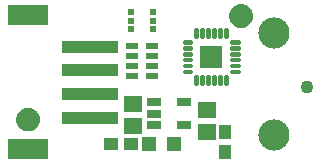
<source format=gbr>
G04 EAGLE Gerber RS-274X export*
G75*
%MOMM*%
%FSLAX34Y34*%
%LPD*%
%INSoldermask Top*%
%IPPOS*%
%AMOC8*
5,1,8,0,0,1.08239X$1,22.5*%
G01*
%ADD10C,2.641600*%
%ADD11C,1.101600*%
%ADD12C,0.500000*%
%ADD13R,1.101600X1.176600*%
%ADD14R,1.301600X1.301600*%
%ADD15R,1.176600X1.101600*%
%ADD16R,1.601600X1.341600*%
%ADD17R,1.301600X0.651600*%
%ADD18R,1.001600X0.551600*%
%ADD19R,0.601600X0.601600*%
%ADD20R,0.601600X0.501600*%
%ADD21R,4.701600X1.101600*%
%ADD22R,3.501600X1.801600*%
%ADD23C,0.240406*%
%ADD24R,1.879600X1.879600*%


D10*
X228600Y111760D03*
X228600Y25400D03*
D11*
X200660Y125730D03*
D12*
X200660Y133230D02*
X200479Y133228D01*
X200298Y133221D01*
X200117Y133210D01*
X199936Y133195D01*
X199756Y133175D01*
X199576Y133151D01*
X199397Y133123D01*
X199219Y133090D01*
X199042Y133053D01*
X198865Y133012D01*
X198690Y132967D01*
X198515Y132917D01*
X198342Y132863D01*
X198171Y132805D01*
X198000Y132743D01*
X197832Y132676D01*
X197665Y132606D01*
X197499Y132532D01*
X197336Y132453D01*
X197175Y132371D01*
X197015Y132285D01*
X196858Y132195D01*
X196703Y132101D01*
X196550Y132004D01*
X196400Y131902D01*
X196252Y131798D01*
X196106Y131689D01*
X195964Y131578D01*
X195824Y131462D01*
X195687Y131344D01*
X195552Y131222D01*
X195421Y131097D01*
X195293Y130969D01*
X195168Y130838D01*
X195046Y130703D01*
X194928Y130566D01*
X194812Y130426D01*
X194701Y130284D01*
X194592Y130138D01*
X194488Y129990D01*
X194386Y129840D01*
X194289Y129687D01*
X194195Y129532D01*
X194105Y129375D01*
X194019Y129215D01*
X193937Y129054D01*
X193858Y128891D01*
X193784Y128725D01*
X193714Y128558D01*
X193647Y128390D01*
X193585Y128219D01*
X193527Y128048D01*
X193473Y127875D01*
X193423Y127700D01*
X193378Y127525D01*
X193337Y127348D01*
X193300Y127171D01*
X193267Y126993D01*
X193239Y126814D01*
X193215Y126634D01*
X193195Y126454D01*
X193180Y126273D01*
X193169Y126092D01*
X193162Y125911D01*
X193160Y125730D01*
X200660Y133230D02*
X200841Y133228D01*
X201022Y133221D01*
X201203Y133210D01*
X201384Y133195D01*
X201564Y133175D01*
X201744Y133151D01*
X201923Y133123D01*
X202101Y133090D01*
X202278Y133053D01*
X202455Y133012D01*
X202630Y132967D01*
X202805Y132917D01*
X202978Y132863D01*
X203149Y132805D01*
X203320Y132743D01*
X203488Y132676D01*
X203655Y132606D01*
X203821Y132532D01*
X203984Y132453D01*
X204145Y132371D01*
X204305Y132285D01*
X204462Y132195D01*
X204617Y132101D01*
X204770Y132004D01*
X204920Y131902D01*
X205068Y131798D01*
X205214Y131689D01*
X205356Y131578D01*
X205496Y131462D01*
X205633Y131344D01*
X205768Y131222D01*
X205899Y131097D01*
X206027Y130969D01*
X206152Y130838D01*
X206274Y130703D01*
X206392Y130566D01*
X206508Y130426D01*
X206619Y130284D01*
X206728Y130138D01*
X206832Y129990D01*
X206934Y129840D01*
X207031Y129687D01*
X207125Y129532D01*
X207215Y129375D01*
X207301Y129215D01*
X207383Y129054D01*
X207462Y128891D01*
X207536Y128725D01*
X207606Y128558D01*
X207673Y128390D01*
X207735Y128219D01*
X207793Y128048D01*
X207847Y127875D01*
X207897Y127700D01*
X207942Y127525D01*
X207983Y127348D01*
X208020Y127171D01*
X208053Y126993D01*
X208081Y126814D01*
X208105Y126634D01*
X208125Y126454D01*
X208140Y126273D01*
X208151Y126092D01*
X208158Y125911D01*
X208160Y125730D01*
X208158Y125549D01*
X208151Y125368D01*
X208140Y125187D01*
X208125Y125006D01*
X208105Y124826D01*
X208081Y124646D01*
X208053Y124467D01*
X208020Y124289D01*
X207983Y124112D01*
X207942Y123935D01*
X207897Y123760D01*
X207847Y123585D01*
X207793Y123412D01*
X207735Y123241D01*
X207673Y123070D01*
X207606Y122902D01*
X207536Y122735D01*
X207462Y122569D01*
X207383Y122406D01*
X207301Y122245D01*
X207215Y122085D01*
X207125Y121928D01*
X207031Y121773D01*
X206934Y121620D01*
X206832Y121470D01*
X206728Y121322D01*
X206619Y121176D01*
X206508Y121034D01*
X206392Y120894D01*
X206274Y120757D01*
X206152Y120622D01*
X206027Y120491D01*
X205899Y120363D01*
X205768Y120238D01*
X205633Y120116D01*
X205496Y119998D01*
X205356Y119882D01*
X205214Y119771D01*
X205068Y119662D01*
X204920Y119558D01*
X204770Y119456D01*
X204617Y119359D01*
X204462Y119265D01*
X204305Y119175D01*
X204145Y119089D01*
X203984Y119007D01*
X203821Y118928D01*
X203655Y118854D01*
X203488Y118784D01*
X203320Y118717D01*
X203149Y118655D01*
X202978Y118597D01*
X202805Y118543D01*
X202630Y118493D01*
X202455Y118448D01*
X202278Y118407D01*
X202101Y118370D01*
X201923Y118337D01*
X201744Y118309D01*
X201564Y118285D01*
X201384Y118265D01*
X201203Y118250D01*
X201022Y118239D01*
X200841Y118232D01*
X200660Y118230D01*
X200479Y118232D01*
X200298Y118239D01*
X200117Y118250D01*
X199936Y118265D01*
X199756Y118285D01*
X199576Y118309D01*
X199397Y118337D01*
X199219Y118370D01*
X199042Y118407D01*
X198865Y118448D01*
X198690Y118493D01*
X198515Y118543D01*
X198342Y118597D01*
X198171Y118655D01*
X198000Y118717D01*
X197832Y118784D01*
X197665Y118854D01*
X197499Y118928D01*
X197336Y119007D01*
X197175Y119089D01*
X197015Y119175D01*
X196858Y119265D01*
X196703Y119359D01*
X196550Y119456D01*
X196400Y119558D01*
X196252Y119662D01*
X196106Y119771D01*
X195964Y119882D01*
X195824Y119998D01*
X195687Y120116D01*
X195552Y120238D01*
X195421Y120363D01*
X195293Y120491D01*
X195168Y120622D01*
X195046Y120757D01*
X194928Y120894D01*
X194812Y121034D01*
X194701Y121176D01*
X194592Y121322D01*
X194488Y121470D01*
X194386Y121620D01*
X194289Y121773D01*
X194195Y121928D01*
X194105Y122085D01*
X194019Y122245D01*
X193937Y122406D01*
X193858Y122569D01*
X193784Y122735D01*
X193714Y122902D01*
X193647Y123070D01*
X193585Y123241D01*
X193527Y123412D01*
X193473Y123585D01*
X193423Y123760D01*
X193378Y123935D01*
X193337Y124112D01*
X193300Y124289D01*
X193267Y124467D01*
X193239Y124646D01*
X193215Y124826D01*
X193195Y125006D01*
X193180Y125187D01*
X193169Y125368D01*
X193162Y125549D01*
X193160Y125730D01*
D11*
X20320Y38100D03*
D12*
X20320Y45600D02*
X20139Y45598D01*
X19958Y45591D01*
X19777Y45580D01*
X19596Y45565D01*
X19416Y45545D01*
X19236Y45521D01*
X19057Y45493D01*
X18879Y45460D01*
X18702Y45423D01*
X18525Y45382D01*
X18350Y45337D01*
X18175Y45287D01*
X18002Y45233D01*
X17831Y45175D01*
X17660Y45113D01*
X17492Y45046D01*
X17325Y44976D01*
X17159Y44902D01*
X16996Y44823D01*
X16835Y44741D01*
X16675Y44655D01*
X16518Y44565D01*
X16363Y44471D01*
X16210Y44374D01*
X16060Y44272D01*
X15912Y44168D01*
X15766Y44059D01*
X15624Y43948D01*
X15484Y43832D01*
X15347Y43714D01*
X15212Y43592D01*
X15081Y43467D01*
X14953Y43339D01*
X14828Y43208D01*
X14706Y43073D01*
X14588Y42936D01*
X14472Y42796D01*
X14361Y42654D01*
X14252Y42508D01*
X14148Y42360D01*
X14046Y42210D01*
X13949Y42057D01*
X13855Y41902D01*
X13765Y41745D01*
X13679Y41585D01*
X13597Y41424D01*
X13518Y41261D01*
X13444Y41095D01*
X13374Y40928D01*
X13307Y40760D01*
X13245Y40589D01*
X13187Y40418D01*
X13133Y40245D01*
X13083Y40070D01*
X13038Y39895D01*
X12997Y39718D01*
X12960Y39541D01*
X12927Y39363D01*
X12899Y39184D01*
X12875Y39004D01*
X12855Y38824D01*
X12840Y38643D01*
X12829Y38462D01*
X12822Y38281D01*
X12820Y38100D01*
X20320Y45600D02*
X20501Y45598D01*
X20682Y45591D01*
X20863Y45580D01*
X21044Y45565D01*
X21224Y45545D01*
X21404Y45521D01*
X21583Y45493D01*
X21761Y45460D01*
X21938Y45423D01*
X22115Y45382D01*
X22290Y45337D01*
X22465Y45287D01*
X22638Y45233D01*
X22809Y45175D01*
X22980Y45113D01*
X23148Y45046D01*
X23315Y44976D01*
X23481Y44902D01*
X23644Y44823D01*
X23805Y44741D01*
X23965Y44655D01*
X24122Y44565D01*
X24277Y44471D01*
X24430Y44374D01*
X24580Y44272D01*
X24728Y44168D01*
X24874Y44059D01*
X25016Y43948D01*
X25156Y43832D01*
X25293Y43714D01*
X25428Y43592D01*
X25559Y43467D01*
X25687Y43339D01*
X25812Y43208D01*
X25934Y43073D01*
X26052Y42936D01*
X26168Y42796D01*
X26279Y42654D01*
X26388Y42508D01*
X26492Y42360D01*
X26594Y42210D01*
X26691Y42057D01*
X26785Y41902D01*
X26875Y41745D01*
X26961Y41585D01*
X27043Y41424D01*
X27122Y41261D01*
X27196Y41095D01*
X27266Y40928D01*
X27333Y40760D01*
X27395Y40589D01*
X27453Y40418D01*
X27507Y40245D01*
X27557Y40070D01*
X27602Y39895D01*
X27643Y39718D01*
X27680Y39541D01*
X27713Y39363D01*
X27741Y39184D01*
X27765Y39004D01*
X27785Y38824D01*
X27800Y38643D01*
X27811Y38462D01*
X27818Y38281D01*
X27820Y38100D01*
X27818Y37919D01*
X27811Y37738D01*
X27800Y37557D01*
X27785Y37376D01*
X27765Y37196D01*
X27741Y37016D01*
X27713Y36837D01*
X27680Y36659D01*
X27643Y36482D01*
X27602Y36305D01*
X27557Y36130D01*
X27507Y35955D01*
X27453Y35782D01*
X27395Y35611D01*
X27333Y35440D01*
X27266Y35272D01*
X27196Y35105D01*
X27122Y34939D01*
X27043Y34776D01*
X26961Y34615D01*
X26875Y34455D01*
X26785Y34298D01*
X26691Y34143D01*
X26594Y33990D01*
X26492Y33840D01*
X26388Y33692D01*
X26279Y33546D01*
X26168Y33404D01*
X26052Y33264D01*
X25934Y33127D01*
X25812Y32992D01*
X25687Y32861D01*
X25559Y32733D01*
X25428Y32608D01*
X25293Y32486D01*
X25156Y32368D01*
X25016Y32252D01*
X24874Y32141D01*
X24728Y32032D01*
X24580Y31928D01*
X24430Y31826D01*
X24277Y31729D01*
X24122Y31635D01*
X23965Y31545D01*
X23805Y31459D01*
X23644Y31377D01*
X23481Y31298D01*
X23315Y31224D01*
X23148Y31154D01*
X22980Y31087D01*
X22809Y31025D01*
X22638Y30967D01*
X22465Y30913D01*
X22290Y30863D01*
X22115Y30818D01*
X21938Y30777D01*
X21761Y30740D01*
X21583Y30707D01*
X21404Y30679D01*
X21224Y30655D01*
X21044Y30635D01*
X20863Y30620D01*
X20682Y30609D01*
X20501Y30602D01*
X20320Y30600D01*
X20139Y30602D01*
X19958Y30609D01*
X19777Y30620D01*
X19596Y30635D01*
X19416Y30655D01*
X19236Y30679D01*
X19057Y30707D01*
X18879Y30740D01*
X18702Y30777D01*
X18525Y30818D01*
X18350Y30863D01*
X18175Y30913D01*
X18002Y30967D01*
X17831Y31025D01*
X17660Y31087D01*
X17492Y31154D01*
X17325Y31224D01*
X17159Y31298D01*
X16996Y31377D01*
X16835Y31459D01*
X16675Y31545D01*
X16518Y31635D01*
X16363Y31729D01*
X16210Y31826D01*
X16060Y31928D01*
X15912Y32032D01*
X15766Y32141D01*
X15624Y32252D01*
X15484Y32368D01*
X15347Y32486D01*
X15212Y32608D01*
X15081Y32733D01*
X14953Y32861D01*
X14828Y32992D01*
X14706Y33127D01*
X14588Y33264D01*
X14472Y33404D01*
X14361Y33546D01*
X14252Y33692D01*
X14148Y33840D01*
X14046Y33990D01*
X13949Y34143D01*
X13855Y34298D01*
X13765Y34455D01*
X13679Y34615D01*
X13597Y34776D01*
X13518Y34939D01*
X13444Y35105D01*
X13374Y35272D01*
X13307Y35440D01*
X13245Y35611D01*
X13187Y35782D01*
X13133Y35955D01*
X13083Y36130D01*
X13038Y36305D01*
X12997Y36482D01*
X12960Y36659D01*
X12927Y36837D01*
X12899Y37016D01*
X12875Y37196D01*
X12855Y37376D01*
X12840Y37557D01*
X12829Y37738D01*
X12822Y37919D01*
X12820Y38100D01*
D13*
X186690Y10550D03*
X186690Y27550D03*
D14*
X122850Y17780D03*
X143850Y17780D03*
D15*
X90560Y17780D03*
X107560Y17780D03*
D16*
X171450Y46330D03*
X171450Y27330D03*
X109220Y51410D03*
X109220Y32410D03*
D17*
X126699Y52680D03*
X126699Y43180D03*
X126699Y33680D03*
X152701Y33680D03*
X152701Y52680D03*
D18*
X108340Y74630D03*
X125340Y74630D03*
X108340Y83630D03*
X108340Y91630D03*
X108340Y100630D03*
X125340Y100630D03*
X125340Y83630D03*
X125340Y91630D03*
D19*
X125840Y114420D03*
D20*
X125840Y121920D03*
D19*
X125840Y129420D03*
X107840Y129420D03*
D20*
X107840Y121920D03*
D19*
X107840Y114420D03*
D21*
X72560Y39850D03*
X72560Y59850D03*
D22*
X20560Y12850D03*
X20560Y126850D03*
D21*
X72560Y79850D03*
X72560Y99850D03*
D23*
X191954Y78234D02*
X198566Y78234D01*
X191954Y78234D02*
X191954Y79646D01*
X198566Y79646D01*
X198566Y78234D01*
X198566Y83234D02*
X191954Y83234D01*
X191954Y84646D01*
X198566Y84646D01*
X198566Y83234D01*
X198566Y88234D02*
X191954Y88234D01*
X191954Y89646D01*
X198566Y89646D01*
X198566Y88234D01*
X198566Y93234D02*
X191954Y93234D01*
X191954Y94646D01*
X198566Y94646D01*
X198566Y93234D01*
X198566Y98234D02*
X191954Y98234D01*
X191954Y99646D01*
X198566Y99646D01*
X198566Y98234D01*
X198566Y103234D02*
X191954Y103234D01*
X191954Y104646D01*
X198566Y104646D01*
X198566Y103234D01*
X187054Y108134D02*
X187054Y114746D01*
X188466Y114746D01*
X188466Y108134D01*
X187054Y108134D01*
X187054Y110418D02*
X188466Y110418D01*
X188466Y112702D02*
X187054Y112702D01*
X182054Y114746D02*
X182054Y108134D01*
X182054Y114746D02*
X183466Y114746D01*
X183466Y108134D01*
X182054Y108134D01*
X182054Y110418D02*
X183466Y110418D01*
X183466Y112702D02*
X182054Y112702D01*
X177054Y114746D02*
X177054Y108134D01*
X177054Y114746D02*
X178466Y114746D01*
X178466Y108134D01*
X177054Y108134D01*
X177054Y110418D02*
X178466Y110418D01*
X178466Y112702D02*
X177054Y112702D01*
X172054Y114746D02*
X172054Y108134D01*
X172054Y114746D02*
X173466Y114746D01*
X173466Y108134D01*
X172054Y108134D01*
X172054Y110418D02*
X173466Y110418D01*
X173466Y112702D02*
X172054Y112702D01*
X167054Y114746D02*
X167054Y108134D01*
X167054Y114746D02*
X168466Y114746D01*
X168466Y108134D01*
X167054Y108134D01*
X167054Y110418D02*
X168466Y110418D01*
X168466Y112702D02*
X167054Y112702D01*
X162054Y114746D02*
X162054Y108134D01*
X162054Y114746D02*
X163466Y114746D01*
X163466Y108134D01*
X162054Y108134D01*
X162054Y110418D02*
X163466Y110418D01*
X163466Y112702D02*
X162054Y112702D01*
X158566Y104646D02*
X151954Y104646D01*
X158566Y104646D02*
X158566Y103234D01*
X151954Y103234D01*
X151954Y104646D01*
X151954Y99646D02*
X158566Y99646D01*
X158566Y98234D01*
X151954Y98234D01*
X151954Y99646D01*
X151954Y94646D02*
X158566Y94646D01*
X158566Y93234D01*
X151954Y93234D01*
X151954Y94646D01*
X151954Y89646D02*
X158566Y89646D01*
X158566Y88234D01*
X151954Y88234D01*
X151954Y89646D01*
X151954Y84646D02*
X158566Y84646D01*
X158566Y83234D01*
X151954Y83234D01*
X151954Y84646D01*
X151954Y79646D02*
X158566Y79646D01*
X158566Y78234D01*
X151954Y78234D01*
X151954Y79646D01*
X163466Y74746D02*
X163466Y68134D01*
X162054Y68134D01*
X162054Y74746D01*
X163466Y74746D01*
X163466Y70418D02*
X162054Y70418D01*
X162054Y72702D02*
X163466Y72702D01*
X168466Y74746D02*
X168466Y68134D01*
X167054Y68134D01*
X167054Y74746D01*
X168466Y74746D01*
X168466Y70418D02*
X167054Y70418D01*
X167054Y72702D02*
X168466Y72702D01*
X173466Y74746D02*
X173466Y68134D01*
X172054Y68134D01*
X172054Y74746D01*
X173466Y74746D01*
X173466Y70418D02*
X172054Y70418D01*
X172054Y72702D02*
X173466Y72702D01*
X178466Y74746D02*
X178466Y68134D01*
X177054Y68134D01*
X177054Y74746D01*
X178466Y74746D01*
X178466Y70418D02*
X177054Y70418D01*
X177054Y72702D02*
X178466Y72702D01*
X183466Y74746D02*
X183466Y68134D01*
X182054Y68134D01*
X182054Y74746D01*
X183466Y74746D01*
X183466Y70418D02*
X182054Y70418D01*
X182054Y72702D02*
X183466Y72702D01*
X188466Y74746D02*
X188466Y68134D01*
X187054Y68134D01*
X187054Y74746D01*
X188466Y74746D01*
X188466Y70418D02*
X187054Y70418D01*
X187054Y72702D02*
X188466Y72702D01*
D24*
X175260Y91440D03*
D11*
X256540Y66040D03*
M02*

</source>
